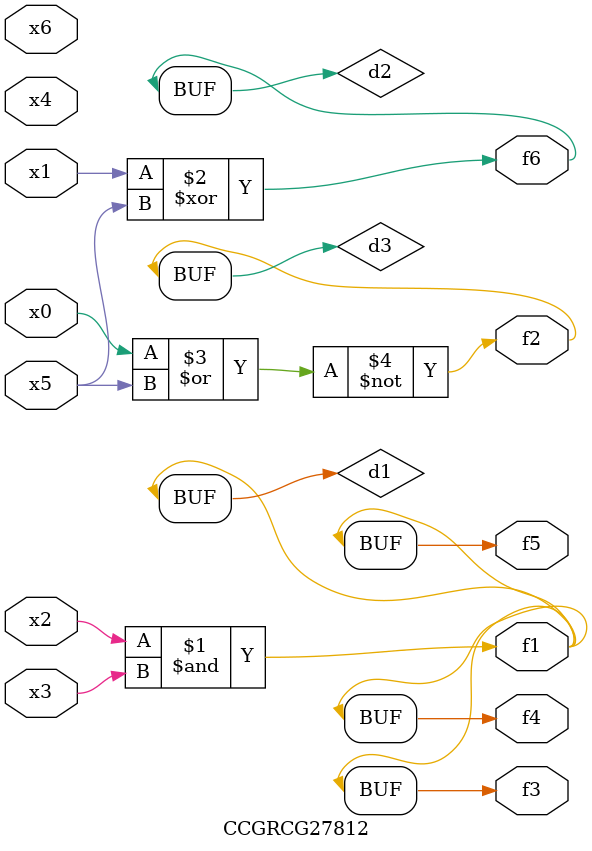
<source format=v>
module CCGRCG27812(
	input x0, x1, x2, x3, x4, x5, x6,
	output f1, f2, f3, f4, f5, f6
);

	wire d1, d2, d3;

	and (d1, x2, x3);
	xor (d2, x1, x5);
	nor (d3, x0, x5);
	assign f1 = d1;
	assign f2 = d3;
	assign f3 = d1;
	assign f4 = d1;
	assign f5 = d1;
	assign f6 = d2;
endmodule

</source>
